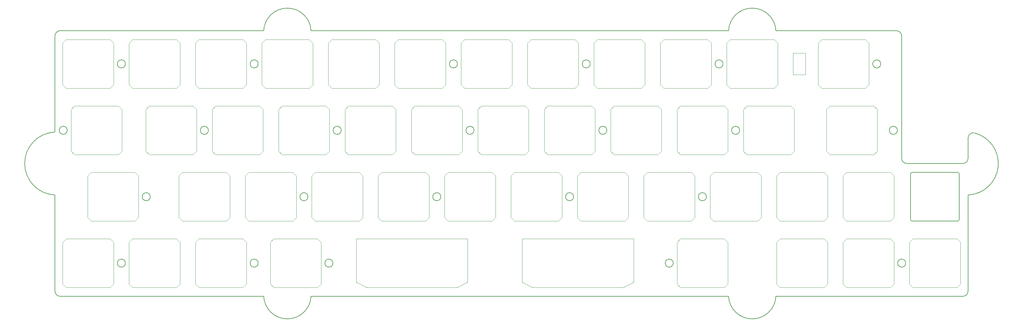
<source format=gbr>
%TF.GenerationSoftware,KiCad,Pcbnew,8.0.8*%
%TF.CreationDate,2025-02-20T20:11:23+01:00*%
%TF.ProjectId,plate split 2u OEM,706c6174-6520-4737-906c-697420327520,rev?*%
%TF.SameCoordinates,Original*%
%TF.FileFunction,Profile,NP*%
%FSLAX46Y46*%
G04 Gerber Fmt 4.6, Leading zero omitted, Abs format (unit mm)*
G04 Created by KiCad (PCBNEW 8.0.8) date 2025-02-20 20:11:23*
%MOMM*%
%LPD*%
G01*
G04 APERTURE LIST*
%TA.AperFunction,Profile*%
%ADD10C,0.200000*%
%TD*%
%TA.AperFunction,Profile*%
%ADD11C,0.100000*%
%TD*%
%TA.AperFunction,Profile*%
%ADD12C,0.120000*%
%TD*%
G04 APERTURE END LIST*
D10*
X90050000Y-89693750D02*
G75*
G02*
X87750000Y-89693750I-1150000J0D01*
G01*
X87750000Y-89693750D02*
G75*
G02*
X90050000Y-89693750I1150000J0D01*
G01*
X276375000Y-82693750D02*
G75*
G02*
X276875050Y-83193750I0J-500050D01*
G01*
X210693000Y-42068750D02*
G75*
G02*
X224282000Y-42068750I6794500J-322132D01*
G01*
X213875000Y-70643750D02*
G75*
G02*
X211575000Y-70643750I-1150000J0D01*
G01*
X211575000Y-70643750D02*
G75*
G02*
X213875000Y-70643750I1150000J0D01*
G01*
X258850000Y-42068750D02*
G75*
G02*
X260350050Y-43568750I0J-1500050D01*
G01*
X210693000Y-42068750D02*
X90932000Y-42068750D01*
X261850000Y-80168750D02*
G75*
G02*
X260349950Y-78668750I0J1500050D01*
G01*
X204350000Y-89693750D02*
G75*
G02*
X202050000Y-89693750I-1150000J0D01*
G01*
X202050000Y-89693750D02*
G75*
G02*
X204350000Y-89693750I1150000J0D01*
G01*
X128150000Y-89693750D02*
G75*
G02*
X125850000Y-89693750I-1150000J0D01*
G01*
X125850000Y-89693750D02*
G75*
G02*
X128150000Y-89693750I1150000J0D01*
G01*
X279400000Y-116768750D02*
X279400000Y-89198450D01*
D11*
X229185478Y-48521594D02*
X232777022Y-48521594D01*
X232777022Y-54665906D01*
X229185478Y-54665906D01*
X229185478Y-48521594D01*
D10*
X20993750Y-70643750D02*
G75*
G02*
X18693750Y-70643750I-1150000J0D01*
G01*
X18693750Y-70643750D02*
G75*
G02*
X20993750Y-70643750I1150000J0D01*
G01*
X259118750Y-70643750D02*
G75*
G02*
X256818750Y-70643750I-1150000J0D01*
G01*
X256818750Y-70643750D02*
G75*
G02*
X259118750Y-70643750I1150000J0D01*
G01*
X17462500Y-89198450D02*
X17462500Y-116768750D01*
X224282000Y-118268750D02*
G75*
G02*
X210693000Y-118268750I-6794500J322132D01*
G01*
X260350000Y-78668750D02*
X260350000Y-43568750D01*
X61475000Y-70643750D02*
G75*
G02*
X59175000Y-70643750I-1150000J0D01*
G01*
X59175000Y-70643750D02*
G75*
G02*
X61475000Y-70643750I1150000J0D01*
G01*
X99575000Y-70643750D02*
G75*
G02*
X97275000Y-70643750I-1150000J0D01*
G01*
X97275000Y-70643750D02*
G75*
G02*
X99575000Y-70643750I1150000J0D01*
G01*
X254356250Y-51593750D02*
G75*
G02*
X252056250Y-51593750I-1150000J0D01*
G01*
X252056250Y-51593750D02*
G75*
G02*
X254356250Y-51593750I1150000J0D01*
G01*
X17462500Y-43568750D02*
G75*
G02*
X18962500Y-42068750I1500000J0D01*
G01*
X132912500Y-51593750D02*
G75*
G02*
X130612500Y-51593750I-1150000J0D01*
G01*
X130612500Y-51593750D02*
G75*
G02*
X132912500Y-51593750I1150000J0D01*
G01*
X279400000Y-116768750D02*
G75*
G02*
X277900000Y-118268700I-1500000J50D01*
G01*
X279400000Y-72864821D02*
X279400000Y-78668750D01*
X75762500Y-51593750D02*
G75*
G02*
X73462500Y-51593750I-1150000J0D01*
G01*
X73462500Y-51593750D02*
G75*
G02*
X75762500Y-51593750I1150000J0D01*
G01*
X90932000Y-118268750D02*
X210693000Y-118268750D01*
X261500000Y-108743750D02*
G75*
G02*
X259200000Y-108743750I-1150000J0D01*
G01*
X259200000Y-108743750D02*
G75*
G02*
X261500000Y-108743750I1150000J0D01*
G01*
X279400000Y-72864821D02*
G75*
G02*
X281270026Y-71411156I1500000J21D01*
G01*
X75762500Y-108743750D02*
G75*
G02*
X73462500Y-108743750I-1150000J0D01*
G01*
X73462500Y-108743750D02*
G75*
G02*
X75762500Y-108743750I1150000J0D01*
G01*
X277900000Y-80168750D02*
X261850000Y-80168750D01*
X166250000Y-89693750D02*
G75*
G02*
X163950000Y-89693750I-1150000J0D01*
G01*
X163950000Y-89693750D02*
G75*
G02*
X166250000Y-89693750I1150000J0D01*
G01*
X37662500Y-108743750D02*
G75*
G02*
X35362500Y-108743750I-1150000J0D01*
G01*
X35362500Y-108743750D02*
G75*
G02*
X37662500Y-108743750I1150000J0D01*
G01*
X18962500Y-118268750D02*
X77343000Y-118268750D01*
X263375000Y-96693750D02*
G75*
G02*
X262874950Y-96193750I0J500050D01*
G01*
X281270021Y-71411175D02*
G75*
G02*
X279400000Y-89198450I-2229211J-8757575D01*
G01*
X37662500Y-51593750D02*
G75*
G02*
X35362500Y-51593750I-1150000J0D01*
G01*
X35362500Y-51593750D02*
G75*
G02*
X37662500Y-51593750I1150000J0D01*
G01*
X17462500Y-43568750D02*
X17462500Y-71139050D01*
X77343000Y-42068750D02*
G75*
G02*
X90932000Y-42068750I6794500J-322132D01*
G01*
X276875000Y-96193750D02*
X276875000Y-83193750D01*
X90932000Y-118268750D02*
G75*
G02*
X77343000Y-118268750I-6794500J322132D01*
G01*
X262875000Y-83193750D02*
G75*
G02*
X263375000Y-82693800I500000J-50D01*
G01*
X276375000Y-82693750D02*
X263375000Y-82693750D01*
X262875000Y-83193750D02*
X262875000Y-96193750D01*
X171012500Y-51593750D02*
G75*
G02*
X168712500Y-51593750I-1150000J0D01*
G01*
X168712500Y-51593750D02*
G75*
G02*
X171012500Y-51593750I1150000J0D01*
G01*
X194825000Y-108743750D02*
G75*
G02*
X192525000Y-108743750I-1150000J0D01*
G01*
X192525000Y-108743750D02*
G75*
G02*
X194825000Y-108743750I1150000J0D01*
G01*
X97193750Y-108743750D02*
G75*
G02*
X94893750Y-108743750I-1150000J0D01*
G01*
X94893750Y-108743750D02*
G75*
G02*
X97193750Y-108743750I1150000J0D01*
G01*
X77343000Y-42068750D02*
X18962500Y-42068750D01*
X224282000Y-118268750D02*
X277900000Y-118268750D01*
X276875000Y-96193750D02*
G75*
G02*
X276375000Y-96693700I-500000J50D01*
G01*
X17462500Y-89198450D02*
G75*
G02*
X17462500Y-71139050I359190J9029700D01*
G01*
X18962500Y-118268750D02*
G75*
G02*
X17462450Y-116768750I0J1500050D01*
G01*
X279400000Y-78668750D02*
G75*
G02*
X277900000Y-80168700I-1500000J50D01*
G01*
X175775000Y-70643750D02*
G75*
G02*
X173475000Y-70643750I-1150000J0D01*
G01*
X173475000Y-70643750D02*
G75*
G02*
X175775000Y-70643750I1150000J0D01*
G01*
X44806250Y-89693750D02*
G75*
G02*
X42506250Y-89693750I-1150000J0D01*
G01*
X42506250Y-89693750D02*
G75*
G02*
X44806250Y-89693750I1150000J0D01*
G01*
X209112500Y-51593750D02*
G75*
G02*
X206812500Y-51593750I-1150000J0D01*
G01*
X206812500Y-51593750D02*
G75*
G02*
X209112500Y-51593750I1150000J0D01*
G01*
X258850000Y-42068750D02*
X224282000Y-42068750D01*
X137675000Y-70643750D02*
G75*
G02*
X135375000Y-70643750I-1150000J0D01*
G01*
X135375000Y-70643750D02*
G75*
G02*
X137675000Y-70643750I1150000J0D01*
G01*
X263375000Y-96693750D02*
X276375000Y-96693750D01*
D12*
%TO.C,REF\u002A\u002A*%
X236381250Y-45593750D02*
X236381250Y-57593750D01*
X236381250Y-57593750D02*
X237381250Y-58593750D01*
X237381250Y-44593750D02*
X236381250Y-45593750D01*
X237381250Y-58593750D02*
X249981250Y-58593750D01*
X249981250Y-44593750D02*
X237381250Y-44593750D01*
X249981250Y-44593750D02*
X250981250Y-45593750D01*
X249981250Y-58593750D02*
X250981250Y-57593750D01*
X250981250Y-57593750D02*
X250981250Y-45593750D01*
X103856250Y-101743750D02*
X135856250Y-101743750D01*
X103856250Y-108743750D02*
X103856250Y-101743750D01*
X103856250Y-108743750D02*
X103856250Y-114243750D01*
X103856250Y-114243750D02*
X106856250Y-115743750D01*
X132856250Y-115743750D02*
X106856250Y-115743750D01*
X135856250Y-101743750D02*
X135856250Y-108743750D01*
X135856250Y-108743750D02*
X135856250Y-114243750D01*
X135856250Y-114243750D02*
X132856250Y-115743750D01*
X81600000Y-64643750D02*
X81600000Y-76643750D01*
X81600000Y-76643750D02*
X82600000Y-77643750D01*
X82600000Y-63643750D02*
X81600000Y-64643750D01*
X82600000Y-77643750D02*
X95200000Y-77643750D01*
X95200000Y-63643750D02*
X82600000Y-63643750D01*
X95200000Y-63643750D02*
X96200000Y-64643750D01*
X95200000Y-77643750D02*
X96200000Y-76643750D01*
X96200000Y-76643750D02*
X96200000Y-64643750D01*
X224475000Y-83693750D02*
X224475000Y-95693750D01*
X224475000Y-95693750D02*
X225475000Y-96693750D01*
X225475000Y-82693750D02*
X224475000Y-83693750D01*
X225475000Y-96693750D02*
X238075000Y-96693750D01*
X238075000Y-82693750D02*
X225475000Y-82693750D01*
X238075000Y-82693750D02*
X239075000Y-83693750D01*
X238075000Y-96693750D02*
X239075000Y-95693750D01*
X239075000Y-95693750D02*
X239075000Y-83693750D01*
X157800000Y-64643750D02*
X157800000Y-76643750D01*
X157800000Y-76643750D02*
X158800000Y-77643750D01*
X158800000Y-63643750D02*
X157800000Y-64643750D01*
X158800000Y-77643750D02*
X171400000Y-77643750D01*
X171400000Y-63643750D02*
X158800000Y-63643750D01*
X171400000Y-63643750D02*
X172400000Y-64643750D01*
X171400000Y-77643750D02*
X172400000Y-76643750D01*
X172400000Y-76643750D02*
X172400000Y-64643750D01*
X22068750Y-64643750D02*
X22068750Y-76643750D01*
X22068750Y-76643750D02*
X23068750Y-77643750D01*
X23068750Y-63643750D02*
X22068750Y-64643750D01*
X23068750Y-77643750D02*
X35668750Y-77643750D01*
X35668750Y-63643750D02*
X23068750Y-63643750D01*
X35668750Y-63643750D02*
X36668750Y-64643750D01*
X35668750Y-77643750D02*
X36668750Y-76643750D01*
X36668750Y-76643750D02*
X36668750Y-64643750D01*
X38737500Y-45593750D02*
X38737500Y-57593750D01*
X38737500Y-57593750D02*
X39737500Y-58593750D01*
X39737500Y-44593750D02*
X38737500Y-45593750D01*
X39737500Y-58593750D02*
X52337500Y-58593750D01*
X52337500Y-44593750D02*
X39737500Y-44593750D01*
X52337500Y-44593750D02*
X53337500Y-45593750D01*
X52337500Y-58593750D02*
X53337500Y-57593750D01*
X53337500Y-57593750D02*
X53337500Y-45593750D01*
X205425000Y-83693750D02*
X205425000Y-95693750D01*
X205425000Y-95693750D02*
X206425000Y-96693750D01*
X206425000Y-82693750D02*
X205425000Y-83693750D01*
X206425000Y-96693750D02*
X219025000Y-96693750D01*
X219025000Y-82693750D02*
X206425000Y-82693750D01*
X219025000Y-82693750D02*
X220025000Y-83693750D01*
X219025000Y-96693750D02*
X220025000Y-95693750D01*
X220025000Y-95693750D02*
X220025000Y-83693750D01*
X138750000Y-64643750D02*
X138750000Y-76643750D01*
X138750000Y-76643750D02*
X139750000Y-77643750D01*
X139750000Y-63643750D02*
X138750000Y-64643750D01*
X139750000Y-77643750D02*
X152350000Y-77643750D01*
X152350000Y-63643750D02*
X139750000Y-63643750D01*
X152350000Y-63643750D02*
X153350000Y-64643750D01*
X152350000Y-77643750D02*
X153350000Y-76643750D01*
X153350000Y-76643750D02*
X153350000Y-64643750D01*
X210187500Y-45593750D02*
X210187500Y-57593750D01*
X210187500Y-57593750D02*
X211187500Y-58593750D01*
X211187500Y-44593750D02*
X210187500Y-45593750D01*
X211187500Y-58593750D02*
X223787500Y-58593750D01*
X223787500Y-44593750D02*
X211187500Y-44593750D01*
X223787500Y-44593750D02*
X224787500Y-45593750D01*
X223787500Y-58593750D02*
X224787500Y-57593750D01*
X224787500Y-57593750D02*
X224787500Y-45593750D01*
X38737500Y-102743750D02*
X38737500Y-114743750D01*
X38737500Y-114743750D02*
X39737500Y-115743750D01*
X39737500Y-101743750D02*
X38737500Y-102743750D01*
X39737500Y-115743750D02*
X52337500Y-115743750D01*
X52337500Y-101743750D02*
X39737500Y-101743750D01*
X52337500Y-101743750D02*
X53337500Y-102743750D01*
X52337500Y-115743750D02*
X53337500Y-114743750D01*
X53337500Y-114743750D02*
X53337500Y-102743750D01*
X119700000Y-64643750D02*
X119700000Y-76643750D01*
X119700000Y-76643750D02*
X120700000Y-77643750D01*
X120700000Y-63643750D02*
X119700000Y-64643750D01*
X120700000Y-77643750D02*
X133300000Y-77643750D01*
X133300000Y-63643750D02*
X120700000Y-63643750D01*
X133300000Y-63643750D02*
X134300000Y-64643750D01*
X133300000Y-77643750D02*
X134300000Y-76643750D01*
X134300000Y-76643750D02*
X134300000Y-64643750D01*
X167325000Y-83693750D02*
X167325000Y-95693750D01*
X167325000Y-95693750D02*
X168325000Y-96693750D01*
X168325000Y-82693750D02*
X167325000Y-83693750D01*
X168325000Y-96693750D02*
X180925000Y-96693750D01*
X180925000Y-82693750D02*
X168325000Y-82693750D01*
X180925000Y-82693750D02*
X181925000Y-83693750D01*
X180925000Y-96693750D02*
X181925000Y-95693750D01*
X181925000Y-95693750D02*
X181925000Y-83693750D01*
X195900000Y-102743750D02*
X195900000Y-114743750D01*
X195900000Y-114743750D02*
X196900000Y-115743750D01*
X196900000Y-101743750D02*
X195900000Y-102743750D01*
X196900000Y-115743750D02*
X209500000Y-115743750D01*
X209500000Y-101743750D02*
X196900000Y-101743750D01*
X209500000Y-101743750D02*
X210500000Y-102743750D01*
X209500000Y-115743750D02*
X210500000Y-114743750D01*
X210500000Y-114743750D02*
X210500000Y-102743750D01*
X19687500Y-102743750D02*
X19687500Y-114743750D01*
X19687500Y-114743750D02*
X20687500Y-115743750D01*
X20687500Y-101743750D02*
X19687500Y-102743750D01*
X20687500Y-115743750D02*
X33287500Y-115743750D01*
X33287500Y-101743750D02*
X20687500Y-101743750D01*
X33287500Y-101743750D02*
X34287500Y-102743750D01*
X33287500Y-115743750D02*
X34287500Y-114743750D01*
X34287500Y-114743750D02*
X34287500Y-102743750D01*
X243525000Y-102743750D02*
X243525000Y-114743750D01*
X243525000Y-114743750D02*
X244525000Y-115743750D01*
X244525000Y-101743750D02*
X243525000Y-102743750D01*
X244525000Y-115743750D02*
X257125000Y-115743750D01*
X257125000Y-101743750D02*
X244525000Y-101743750D01*
X257125000Y-101743750D02*
X258125000Y-102743750D01*
X257125000Y-115743750D02*
X258125000Y-114743750D01*
X258125000Y-114743750D02*
X258125000Y-102743750D01*
X186375000Y-83693750D02*
X186375000Y-95693750D01*
X186375000Y-95693750D02*
X187375000Y-96693750D01*
X187375000Y-82693750D02*
X186375000Y-83693750D01*
X187375000Y-96693750D02*
X199975000Y-96693750D01*
X199975000Y-82693750D02*
X187375000Y-82693750D01*
X199975000Y-82693750D02*
X200975000Y-83693750D01*
X199975000Y-96693750D02*
X200975000Y-95693750D01*
X200975000Y-95693750D02*
X200975000Y-83693750D01*
X151481250Y-101743750D02*
X183481250Y-101743750D01*
X151481250Y-108743750D02*
X151481250Y-101743750D01*
X151481250Y-108743750D02*
X151481250Y-114243750D01*
X151481250Y-114243750D02*
X154481250Y-115743750D01*
X180481250Y-115743750D02*
X154481250Y-115743750D01*
X183481250Y-101743750D02*
X183481250Y-108743750D01*
X183481250Y-108743750D02*
X183481250Y-114243750D01*
X183481250Y-114243750D02*
X180481250Y-115743750D01*
X57787500Y-45593750D02*
X57787500Y-57593750D01*
X57787500Y-57593750D02*
X58787500Y-58593750D01*
X58787500Y-44593750D02*
X57787500Y-45593750D01*
X58787500Y-58593750D02*
X71387500Y-58593750D01*
X71387500Y-44593750D02*
X58787500Y-44593750D01*
X71387500Y-44593750D02*
X72387500Y-45593750D01*
X71387500Y-58593750D02*
X72387500Y-57593750D01*
X72387500Y-57593750D02*
X72387500Y-45593750D01*
X172087500Y-45593750D02*
X172087500Y-57593750D01*
X172087500Y-57593750D02*
X173087500Y-58593750D01*
X173087500Y-44593750D02*
X172087500Y-45593750D01*
X173087500Y-58593750D02*
X185687500Y-58593750D01*
X185687500Y-44593750D02*
X173087500Y-44593750D01*
X185687500Y-44593750D02*
X186687500Y-45593750D01*
X185687500Y-58593750D02*
X186687500Y-57593750D01*
X186687500Y-57593750D02*
X186687500Y-45593750D01*
X214950000Y-64643750D02*
X214950000Y-76643750D01*
X214950000Y-76643750D02*
X215950000Y-77643750D01*
X215950000Y-63643750D02*
X214950000Y-64643750D01*
X215950000Y-77643750D02*
X228550000Y-77643750D01*
X228550000Y-63643750D02*
X215950000Y-63643750D01*
X228550000Y-63643750D02*
X229550000Y-64643750D01*
X228550000Y-77643750D02*
X229550000Y-76643750D01*
X229550000Y-76643750D02*
X229550000Y-64643750D01*
X26831250Y-83693750D02*
X26831250Y-95693750D01*
X26831250Y-95693750D02*
X27831250Y-96693750D01*
X27831250Y-82693750D02*
X26831250Y-83693750D01*
X27831250Y-96693750D02*
X40431250Y-96693750D01*
X40431250Y-82693750D02*
X27831250Y-82693750D01*
X40431250Y-82693750D02*
X41431250Y-83693750D01*
X40431250Y-96693750D02*
X41431250Y-95693750D01*
X41431250Y-95693750D02*
X41431250Y-83693750D01*
X191137500Y-45593750D02*
X191137500Y-57593750D01*
X191137500Y-57593750D02*
X192137500Y-58593750D01*
X192137500Y-44593750D02*
X191137500Y-45593750D01*
X192137500Y-58593750D02*
X204737500Y-58593750D01*
X204737500Y-44593750D02*
X192137500Y-44593750D01*
X204737500Y-44593750D02*
X205737500Y-45593750D01*
X204737500Y-58593750D02*
X205737500Y-57593750D01*
X205737500Y-57593750D02*
X205737500Y-45593750D01*
X19687500Y-45593750D02*
X19687500Y-57593750D01*
X19687500Y-57593750D02*
X20687500Y-58593750D01*
X20687500Y-44593750D02*
X19687500Y-45593750D01*
X20687500Y-58593750D02*
X33287500Y-58593750D01*
X33287500Y-44593750D02*
X20687500Y-44593750D01*
X33287500Y-44593750D02*
X34287500Y-45593750D01*
X33287500Y-58593750D02*
X34287500Y-57593750D01*
X34287500Y-57593750D02*
X34287500Y-45593750D01*
X79218750Y-102743750D02*
X79218750Y-114743750D01*
X79218750Y-114743750D02*
X80218750Y-115743750D01*
X80218750Y-101743750D02*
X79218750Y-102743750D01*
X80218750Y-115743750D02*
X92818750Y-115743750D01*
X92818750Y-101743750D02*
X80218750Y-101743750D01*
X92818750Y-101743750D02*
X93818750Y-102743750D01*
X92818750Y-115743750D02*
X93818750Y-114743750D01*
X93818750Y-114743750D02*
X93818750Y-102743750D01*
X43500000Y-64643750D02*
X43500000Y-76643750D01*
X43500000Y-76643750D02*
X44500000Y-77643750D01*
X44500000Y-63643750D02*
X43500000Y-64643750D01*
X44500000Y-77643750D02*
X57100000Y-77643750D01*
X57100000Y-63643750D02*
X44500000Y-63643750D01*
X57100000Y-63643750D02*
X58100000Y-64643750D01*
X57100000Y-77643750D02*
X58100000Y-76643750D01*
X58100000Y-76643750D02*
X58100000Y-64643750D01*
X262575000Y-102743750D02*
X262575000Y-114743750D01*
X262575000Y-114743750D02*
X263575000Y-115743750D01*
X263575000Y-101743750D02*
X262575000Y-102743750D01*
X263575000Y-115743750D02*
X276175000Y-115743750D01*
X276175000Y-101743750D02*
X263575000Y-101743750D01*
X276175000Y-101743750D02*
X277175000Y-102743750D01*
X276175000Y-115743750D02*
X277175000Y-114743750D01*
X277175000Y-114743750D02*
X277175000Y-102743750D01*
X243525000Y-83693750D02*
X243525000Y-95693750D01*
X243525000Y-95693750D02*
X244525000Y-96693750D01*
X244525000Y-82693750D02*
X243525000Y-83693750D01*
X244525000Y-96693750D02*
X257125000Y-96693750D01*
X257125000Y-82693750D02*
X244525000Y-82693750D01*
X257125000Y-82693750D02*
X258125000Y-83693750D01*
X257125000Y-96693750D02*
X258125000Y-95693750D01*
X258125000Y-95693750D02*
X258125000Y-83693750D01*
X57787500Y-102743750D02*
X57787500Y-114743750D01*
X57787500Y-114743750D02*
X58787500Y-115743750D01*
X58787500Y-101743750D02*
X57787500Y-102743750D01*
X58787500Y-115743750D02*
X71387500Y-115743750D01*
X71387500Y-101743750D02*
X58787500Y-101743750D01*
X71387500Y-101743750D02*
X72387500Y-102743750D01*
X71387500Y-115743750D02*
X72387500Y-114743750D01*
X72387500Y-114743750D02*
X72387500Y-102743750D01*
X62550000Y-64643750D02*
X62550000Y-76643750D01*
X62550000Y-76643750D02*
X63550000Y-77643750D01*
X63550000Y-63643750D02*
X62550000Y-64643750D01*
X63550000Y-77643750D02*
X76150000Y-77643750D01*
X76150000Y-63643750D02*
X63550000Y-63643750D01*
X76150000Y-63643750D02*
X77150000Y-64643750D01*
X76150000Y-77643750D02*
X77150000Y-76643750D01*
X77150000Y-76643750D02*
X77150000Y-64643750D01*
X153037500Y-45593750D02*
X153037500Y-57593750D01*
X153037500Y-57593750D02*
X154037500Y-58593750D01*
X154037500Y-44593750D02*
X153037500Y-45593750D01*
X154037500Y-58593750D02*
X166637500Y-58593750D01*
X166637500Y-44593750D02*
X154037500Y-44593750D01*
X166637500Y-44593750D02*
X167637500Y-45593750D01*
X166637500Y-58593750D02*
X167637500Y-57593750D01*
X167637500Y-57593750D02*
X167637500Y-45593750D01*
X148275000Y-83693750D02*
X148275000Y-95693750D01*
X148275000Y-95693750D02*
X149275000Y-96693750D01*
X149275000Y-82693750D02*
X148275000Y-83693750D01*
X149275000Y-96693750D02*
X161875000Y-96693750D01*
X161875000Y-82693750D02*
X149275000Y-82693750D01*
X161875000Y-82693750D02*
X162875000Y-83693750D01*
X161875000Y-96693750D02*
X162875000Y-95693750D01*
X162875000Y-95693750D02*
X162875000Y-83693750D01*
X133987500Y-45593750D02*
X133987500Y-57593750D01*
X133987500Y-57593750D02*
X134987500Y-58593750D01*
X134987500Y-44593750D02*
X133987500Y-45593750D01*
X134987500Y-58593750D02*
X147587500Y-58593750D01*
X147587500Y-44593750D02*
X134987500Y-44593750D01*
X147587500Y-44593750D02*
X148587500Y-45593750D01*
X147587500Y-58593750D02*
X148587500Y-57593750D01*
X148587500Y-57593750D02*
X148587500Y-45593750D01*
X238762500Y-64643750D02*
X238762500Y-76643750D01*
X238762500Y-76643750D02*
X239762500Y-77643750D01*
X239762500Y-63643750D02*
X238762500Y-64643750D01*
X239762500Y-77643750D02*
X252362500Y-77643750D01*
X252362500Y-63643750D02*
X239762500Y-63643750D01*
X252362500Y-63643750D02*
X253362500Y-64643750D01*
X252362500Y-77643750D02*
X253362500Y-76643750D01*
X253362500Y-76643750D02*
X253362500Y-64643750D01*
X100650000Y-64643750D02*
X100650000Y-76643750D01*
X100650000Y-76643750D02*
X101650000Y-77643750D01*
X101650000Y-63643750D02*
X100650000Y-64643750D01*
X101650000Y-77643750D02*
X114250000Y-77643750D01*
X114250000Y-63643750D02*
X101650000Y-63643750D01*
X114250000Y-63643750D02*
X115250000Y-64643750D01*
X114250000Y-77643750D02*
X115250000Y-76643750D01*
X115250000Y-76643750D02*
X115250000Y-64643750D01*
X110175000Y-83693750D02*
X110175000Y-95693750D01*
X110175000Y-95693750D02*
X111175000Y-96693750D01*
X111175000Y-82693750D02*
X110175000Y-83693750D01*
X111175000Y-96693750D02*
X123775000Y-96693750D01*
X123775000Y-82693750D02*
X111175000Y-82693750D01*
X123775000Y-82693750D02*
X124775000Y-83693750D01*
X123775000Y-96693750D02*
X124775000Y-95693750D01*
X124775000Y-95693750D02*
X124775000Y-83693750D01*
X114937500Y-45593750D02*
X114937500Y-57593750D01*
X114937500Y-57593750D02*
X115937500Y-58593750D01*
X115937500Y-44593750D02*
X114937500Y-45593750D01*
X115937500Y-58593750D02*
X128537500Y-58593750D01*
X128537500Y-44593750D02*
X115937500Y-44593750D01*
X128537500Y-44593750D02*
X129537500Y-45593750D01*
X128537500Y-58593750D02*
X129537500Y-57593750D01*
X129537500Y-57593750D02*
X129537500Y-45593750D01*
X91125000Y-83693750D02*
X91125000Y-95693750D01*
X91125000Y-95693750D02*
X92125000Y-96693750D01*
X92125000Y-82693750D02*
X91125000Y-83693750D01*
X92125000Y-96693750D02*
X104725000Y-96693750D01*
X104725000Y-82693750D02*
X92125000Y-82693750D01*
X104725000Y-82693750D02*
X105725000Y-83693750D01*
X104725000Y-96693750D02*
X105725000Y-95693750D01*
X105725000Y-95693750D02*
X105725000Y-83693750D01*
X72075000Y-83693750D02*
X72075000Y-95693750D01*
X72075000Y-95693750D02*
X73075000Y-96693750D01*
X73075000Y-82693750D02*
X72075000Y-83693750D01*
X73075000Y-96693750D02*
X85675000Y-96693750D01*
X85675000Y-82693750D02*
X73075000Y-82693750D01*
X85675000Y-82693750D02*
X86675000Y-83693750D01*
X85675000Y-96693750D02*
X86675000Y-95693750D01*
X86675000Y-95693750D02*
X86675000Y-83693750D01*
X53025000Y-83693750D02*
X53025000Y-95693750D01*
X53025000Y-95693750D02*
X54025000Y-96693750D01*
X54025000Y-82693750D02*
X53025000Y-83693750D01*
X54025000Y-96693750D02*
X66625000Y-96693750D01*
X66625000Y-82693750D02*
X54025000Y-82693750D01*
X66625000Y-82693750D02*
X67625000Y-83693750D01*
X66625000Y-96693750D02*
X67625000Y-95693750D01*
X67625000Y-95693750D02*
X67625000Y-83693750D01*
X76837500Y-45593750D02*
X76837500Y-57593750D01*
X76837500Y-57593750D02*
X77837500Y-58593750D01*
X77837500Y-44593750D02*
X76837500Y-45593750D01*
X77837500Y-58593750D02*
X90437500Y-58593750D01*
X90437500Y-44593750D02*
X77837500Y-44593750D01*
X90437500Y-44593750D02*
X91437500Y-45593750D01*
X90437500Y-58593750D02*
X91437500Y-57593750D01*
X91437500Y-57593750D02*
X91437500Y-45593750D01*
X195900000Y-64643750D02*
X195900000Y-76643750D01*
X195900000Y-76643750D02*
X196900000Y-77643750D01*
X196900000Y-63643750D02*
X195900000Y-64643750D01*
X196900000Y-77643750D02*
X209500000Y-77643750D01*
X209500000Y-63643750D02*
X196900000Y-63643750D01*
X209500000Y-63643750D02*
X210500000Y-64643750D01*
X209500000Y-77643750D02*
X210500000Y-76643750D01*
X210500000Y-76643750D02*
X210500000Y-64643750D01*
X224475000Y-102743750D02*
X224475000Y-114743750D01*
X224475000Y-114743750D02*
X225475000Y-115743750D01*
X225475000Y-101743750D02*
X224475000Y-102743750D01*
X225475000Y-115743750D02*
X238075000Y-115743750D01*
X238075000Y-101743750D02*
X225475000Y-101743750D01*
X238075000Y-101743750D02*
X239075000Y-102743750D01*
X238075000Y-115743750D02*
X239075000Y-114743750D01*
X239075000Y-114743750D02*
X239075000Y-102743750D01*
X95887500Y-45593750D02*
X95887500Y-57593750D01*
X95887500Y-57593750D02*
X96887500Y-58593750D01*
X96887500Y-44593750D02*
X95887500Y-45593750D01*
X96887500Y-58593750D02*
X109487500Y-58593750D01*
X109487500Y-44593750D02*
X96887500Y-44593750D01*
X109487500Y-44593750D02*
X110487500Y-45593750D01*
X109487500Y-58593750D02*
X110487500Y-57593750D01*
X110487500Y-57593750D02*
X110487500Y-45593750D01*
X176850000Y-64643750D02*
X176850000Y-76643750D01*
X176850000Y-76643750D02*
X177850000Y-77643750D01*
X177850000Y-63643750D02*
X176850000Y-64643750D01*
X177850000Y-77643750D02*
X190450000Y-77643750D01*
X190450000Y-63643750D02*
X177850000Y-63643750D01*
X190450000Y-63643750D02*
X191450000Y-64643750D01*
X190450000Y-77643750D02*
X191450000Y-76643750D01*
X191450000Y-76643750D02*
X191450000Y-64643750D01*
X129225000Y-83693750D02*
X129225000Y-95693750D01*
X129225000Y-95693750D02*
X130225000Y-96693750D01*
X130225000Y-82693750D02*
X129225000Y-83693750D01*
X130225000Y-96693750D02*
X142825000Y-96693750D01*
X142825000Y-82693750D02*
X130225000Y-82693750D01*
X142825000Y-82693750D02*
X143825000Y-83693750D01*
X142825000Y-96693750D02*
X143825000Y-95693750D01*
X143825000Y-95693750D02*
X143825000Y-83693750D01*
%TD*%
M02*

</source>
